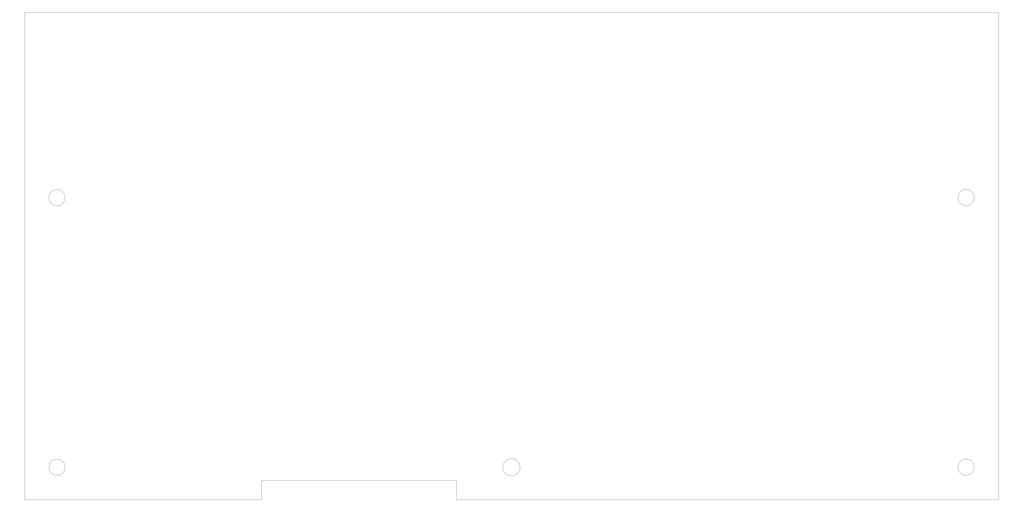
<source format=gbr>
G04 #@! TF.GenerationSoftware,KiCad,Pcbnew,(5.1.4)-1*
G04 #@! TF.CreationDate,2021-12-30T00:03:51-05:00*
G04 #@! TF.ProjectId,Space Firebird Soundboard,53706163-6520-4466-9972-656269726420,rev?*
G04 #@! TF.SameCoordinates,Original*
G04 #@! TF.FileFunction,Profile,NP*
%FSLAX46Y46*%
G04 Gerber Fmt 4.6, Leading zero omitted, Abs format (unit mm)*
G04 Created by KiCad (PCBNEW (5.1.4)-1) date 2021-12-30 00:03:51*
%MOMM*%
%LPD*%
G04 APERTURE LIST*
%ADD10C,0.050000*%
G04 APERTURE END LIST*
D10*
X312500000Y-77000000D02*
G75*
G03X312500000Y-77000000I-2500000J0D01*
G01*
X32500000Y-77000000D02*
G75*
G03X32500000Y-77000000I-2500000J0D01*
G01*
X312500000Y-160000000D02*
G75*
G03X312500000Y-160000000I-2500000J0D01*
G01*
X172646205Y-160000000D02*
G75*
G03X172646205Y-160000000I-2646205J0D01*
G01*
X32500000Y-160000000D02*
G75*
G03X32500000Y-160000000I-2500000J0D01*
G01*
X153000000Y-170000000D02*
X320000000Y-170000000D01*
X153000000Y-164000000D02*
X153000000Y-170000000D01*
X93000000Y-164000000D02*
X153000000Y-164000000D01*
X93000000Y-170000000D02*
X93000000Y-164000000D01*
X320000000Y-20000000D02*
X20000000Y-20000000D01*
X320000000Y-170000000D02*
X320000000Y-20000000D01*
X20000000Y-170000000D02*
X20000000Y-20000000D01*
X20000000Y-170000000D02*
X93000000Y-170000000D01*
M02*

</source>
